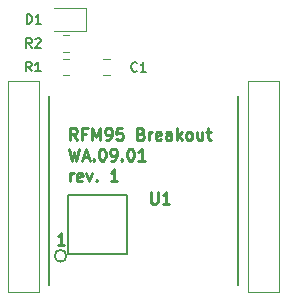
<source format=gto>
G04 #@! TF.GenerationSoftware,KiCad,Pcbnew,(5.1.4)-1*
G04 #@! TF.CreationDate,2019-10-27T13:18:03+01:00*
G04 #@! TF.ProjectId,project,70726f6a-6563-4742-9e6b-696361645f70,rev?*
G04 #@! TF.SameCoordinates,Original*
G04 #@! TF.FileFunction,Legend,Top*
G04 #@! TF.FilePolarity,Positive*
%FSLAX46Y46*%
G04 Gerber Fmt 4.6, Leading zero omitted, Abs format (unit mm)*
G04 Created by KiCad (PCBNEW (5.1.4)-1) date 2019-10-27 13:18:03*
%MOMM*%
%LPD*%
G04 APERTURE LIST*
%ADD10C,0.250000*%
%ADD11C,0.150000*%
%ADD12C,0.120000*%
%ADD13C,0.200000*%
G04 APERTURE END LIST*
D10*
X122513563Y-87955440D02*
X122180230Y-87479250D01*
X121942135Y-87955440D02*
X121942135Y-86955440D01*
X122323087Y-86955440D01*
X122418325Y-87003060D01*
X122465944Y-87050679D01*
X122513563Y-87145917D01*
X122513563Y-87288774D01*
X122465944Y-87384012D01*
X122418325Y-87431631D01*
X122323087Y-87479250D01*
X121942135Y-87479250D01*
X123275468Y-87431631D02*
X122942135Y-87431631D01*
X122942135Y-87955440D02*
X122942135Y-86955440D01*
X123418325Y-86955440D01*
X123799278Y-87955440D02*
X123799278Y-86955440D01*
X124132611Y-87669726D01*
X124465944Y-86955440D01*
X124465944Y-87955440D01*
X124989754Y-87955440D02*
X125180230Y-87955440D01*
X125275468Y-87907821D01*
X125323087Y-87860202D01*
X125418325Y-87717345D01*
X125465944Y-87526869D01*
X125465944Y-87145917D01*
X125418325Y-87050679D01*
X125370706Y-87003060D01*
X125275468Y-86955440D01*
X125084992Y-86955440D01*
X124989754Y-87003060D01*
X124942135Y-87050679D01*
X124894516Y-87145917D01*
X124894516Y-87384012D01*
X124942135Y-87479250D01*
X124989754Y-87526869D01*
X125084992Y-87574488D01*
X125275468Y-87574488D01*
X125370706Y-87526869D01*
X125418325Y-87479250D01*
X125465944Y-87384012D01*
X126370706Y-86955440D02*
X125894516Y-86955440D01*
X125846897Y-87431631D01*
X125894516Y-87384012D01*
X125989754Y-87336393D01*
X126227849Y-87336393D01*
X126323087Y-87384012D01*
X126370706Y-87431631D01*
X126418325Y-87526869D01*
X126418325Y-87764964D01*
X126370706Y-87860202D01*
X126323087Y-87907821D01*
X126227849Y-87955440D01*
X125989754Y-87955440D01*
X125894516Y-87907821D01*
X125846897Y-87860202D01*
X127942135Y-87431631D02*
X128084992Y-87479250D01*
X128132611Y-87526869D01*
X128180230Y-87622107D01*
X128180230Y-87764964D01*
X128132611Y-87860202D01*
X128084992Y-87907821D01*
X127989754Y-87955440D01*
X127608801Y-87955440D01*
X127608801Y-86955440D01*
X127942135Y-86955440D01*
X128037373Y-87003060D01*
X128084992Y-87050679D01*
X128132611Y-87145917D01*
X128132611Y-87241155D01*
X128084992Y-87336393D01*
X128037373Y-87384012D01*
X127942135Y-87431631D01*
X127608801Y-87431631D01*
X128608801Y-87955440D02*
X128608801Y-87288774D01*
X128608801Y-87479250D02*
X128656420Y-87384012D01*
X128704040Y-87336393D01*
X128799278Y-87288774D01*
X128894516Y-87288774D01*
X129608801Y-87907821D02*
X129513563Y-87955440D01*
X129323087Y-87955440D01*
X129227849Y-87907821D01*
X129180230Y-87812583D01*
X129180230Y-87431631D01*
X129227849Y-87336393D01*
X129323087Y-87288774D01*
X129513563Y-87288774D01*
X129608801Y-87336393D01*
X129656420Y-87431631D01*
X129656420Y-87526869D01*
X129180230Y-87622107D01*
X130513563Y-87955440D02*
X130513563Y-87431631D01*
X130465944Y-87336393D01*
X130370706Y-87288774D01*
X130180230Y-87288774D01*
X130084992Y-87336393D01*
X130513563Y-87907821D02*
X130418325Y-87955440D01*
X130180230Y-87955440D01*
X130084992Y-87907821D01*
X130037373Y-87812583D01*
X130037373Y-87717345D01*
X130084992Y-87622107D01*
X130180230Y-87574488D01*
X130418325Y-87574488D01*
X130513563Y-87526869D01*
X130989754Y-87955440D02*
X130989754Y-86955440D01*
X131084992Y-87574488D02*
X131370706Y-87955440D01*
X131370706Y-87288774D02*
X130989754Y-87669726D01*
X131942135Y-87955440D02*
X131846897Y-87907821D01*
X131799278Y-87860202D01*
X131751659Y-87764964D01*
X131751659Y-87479250D01*
X131799278Y-87384012D01*
X131846897Y-87336393D01*
X131942135Y-87288774D01*
X132084992Y-87288774D01*
X132180230Y-87336393D01*
X132227849Y-87384012D01*
X132275468Y-87479250D01*
X132275468Y-87764964D01*
X132227849Y-87860202D01*
X132180230Y-87907821D01*
X132084992Y-87955440D01*
X131942135Y-87955440D01*
X133132611Y-87288774D02*
X133132611Y-87955440D01*
X132704040Y-87288774D02*
X132704040Y-87812583D01*
X132751659Y-87907821D01*
X132846897Y-87955440D01*
X132989754Y-87955440D01*
X133084992Y-87907821D01*
X133132611Y-87860202D01*
X133465944Y-87288774D02*
X133846897Y-87288774D01*
X133608801Y-86955440D02*
X133608801Y-87812583D01*
X133656420Y-87907821D01*
X133751659Y-87955440D01*
X133846897Y-87955440D01*
X121846897Y-88705440D02*
X122084992Y-89705440D01*
X122275468Y-88991155D01*
X122465944Y-89705440D01*
X122704040Y-88705440D01*
X123037373Y-89419726D02*
X123513563Y-89419726D01*
X122942135Y-89705440D02*
X123275468Y-88705440D01*
X123608801Y-89705440D01*
X123942135Y-89610202D02*
X123989754Y-89657821D01*
X123942135Y-89705440D01*
X123894516Y-89657821D01*
X123942135Y-89610202D01*
X123942135Y-89705440D01*
X124608801Y-88705440D02*
X124704040Y-88705440D01*
X124799278Y-88753060D01*
X124846897Y-88800679D01*
X124894516Y-88895917D01*
X124942135Y-89086393D01*
X124942135Y-89324488D01*
X124894516Y-89514964D01*
X124846897Y-89610202D01*
X124799278Y-89657821D01*
X124704040Y-89705440D01*
X124608801Y-89705440D01*
X124513563Y-89657821D01*
X124465944Y-89610202D01*
X124418325Y-89514964D01*
X124370706Y-89324488D01*
X124370706Y-89086393D01*
X124418325Y-88895917D01*
X124465944Y-88800679D01*
X124513563Y-88753060D01*
X124608801Y-88705440D01*
X125418325Y-89705440D02*
X125608801Y-89705440D01*
X125704040Y-89657821D01*
X125751659Y-89610202D01*
X125846897Y-89467345D01*
X125894516Y-89276869D01*
X125894516Y-88895917D01*
X125846897Y-88800679D01*
X125799278Y-88753060D01*
X125704040Y-88705440D01*
X125513563Y-88705440D01*
X125418325Y-88753060D01*
X125370706Y-88800679D01*
X125323087Y-88895917D01*
X125323087Y-89134012D01*
X125370706Y-89229250D01*
X125418325Y-89276869D01*
X125513563Y-89324488D01*
X125704040Y-89324488D01*
X125799278Y-89276869D01*
X125846897Y-89229250D01*
X125894516Y-89134012D01*
X126323087Y-89610202D02*
X126370706Y-89657821D01*
X126323087Y-89705440D01*
X126275468Y-89657821D01*
X126323087Y-89610202D01*
X126323087Y-89705440D01*
X126989754Y-88705440D02*
X127084992Y-88705440D01*
X127180230Y-88753060D01*
X127227849Y-88800679D01*
X127275468Y-88895917D01*
X127323087Y-89086393D01*
X127323087Y-89324488D01*
X127275468Y-89514964D01*
X127227849Y-89610202D01*
X127180230Y-89657821D01*
X127084992Y-89705440D01*
X126989754Y-89705440D01*
X126894516Y-89657821D01*
X126846897Y-89610202D01*
X126799278Y-89514964D01*
X126751659Y-89324488D01*
X126751659Y-89086393D01*
X126799278Y-88895917D01*
X126846897Y-88800679D01*
X126894516Y-88753060D01*
X126989754Y-88705440D01*
X128275468Y-89705440D02*
X127704040Y-89705440D01*
X127989754Y-89705440D02*
X127989754Y-88705440D01*
X127894516Y-88848298D01*
X127799278Y-88943536D01*
X127704040Y-88991155D01*
X121942135Y-91455440D02*
X121942135Y-90788774D01*
X121942135Y-90979250D02*
X121989754Y-90884012D01*
X122037373Y-90836393D01*
X122132611Y-90788774D01*
X122227849Y-90788774D01*
X122942135Y-91407821D02*
X122846897Y-91455440D01*
X122656420Y-91455440D01*
X122561182Y-91407821D01*
X122513563Y-91312583D01*
X122513563Y-90931631D01*
X122561182Y-90836393D01*
X122656420Y-90788774D01*
X122846897Y-90788774D01*
X122942135Y-90836393D01*
X122989754Y-90931631D01*
X122989754Y-91026869D01*
X122513563Y-91122107D01*
X123323087Y-90788774D02*
X123561182Y-91455440D01*
X123799278Y-90788774D01*
X124180230Y-91360202D02*
X124227849Y-91407821D01*
X124180230Y-91455440D01*
X124132611Y-91407821D01*
X124180230Y-91360202D01*
X124180230Y-91455440D01*
X125942135Y-91455440D02*
X125370706Y-91455440D01*
X125656420Y-91455440D02*
X125656420Y-90455440D01*
X125561182Y-90598298D01*
X125465944Y-90693536D01*
X125370706Y-90741155D01*
D11*
X121767600Y-92583000D02*
X126776480Y-92583000D01*
X126776480Y-97604580D02*
X126776480Y-92595700D01*
X126779020Y-97591880D02*
X121770140Y-97591880D01*
X121770140Y-92583000D02*
X121770140Y-97591880D01*
D10*
X121443714Y-96845380D02*
X120872285Y-96845380D01*
X121158000Y-96845380D02*
X121158000Y-95845380D01*
X121062761Y-95988238D01*
X120967523Y-96083476D01*
X120872285Y-96131095D01*
D11*
X120130300Y-100278200D02*
X120130300Y-84278200D01*
X136130300Y-100278200D02*
X136130300Y-84278200D01*
X121630300Y-97778200D02*
G75*
G03X121630300Y-97778200I-500000J0D01*
G01*
D12*
X125274838Y-81080540D02*
X124757682Y-81080540D01*
X125274838Y-82500540D02*
X124757682Y-82500540D01*
X121815358Y-82500540D02*
X121298202Y-82500540D01*
X121815358Y-81080540D02*
X121298202Y-81080540D01*
X120569480Y-78711940D02*
X123254480Y-78711940D01*
X123254480Y-78711940D02*
X123254480Y-76791940D01*
X123254480Y-76791940D02*
X120569480Y-76791940D01*
X121310902Y-79071400D02*
X121828058Y-79071400D01*
X121310902Y-80491400D02*
X121828058Y-80491400D01*
X116640300Y-82947200D02*
X119300300Y-82947200D01*
X116640300Y-100847200D02*
X116650300Y-82947200D01*
X119300300Y-100847200D02*
X119310300Y-82947200D01*
X116640300Y-100847200D02*
X119300300Y-100847200D01*
X136973000Y-82947200D02*
X139633000Y-82947200D01*
X136973000Y-100847200D02*
X136983000Y-82947200D01*
X139633000Y-100847200D02*
X139643000Y-82947200D01*
X136973000Y-100847200D02*
X139633000Y-100847200D01*
D10*
X128778095Y-92352880D02*
X128778095Y-93162404D01*
X128825714Y-93257642D01*
X128873333Y-93305261D01*
X128968571Y-93352880D01*
X129159047Y-93352880D01*
X129254285Y-93305261D01*
X129301904Y-93257642D01*
X129349523Y-93162404D01*
X129349523Y-92352880D01*
X130349523Y-93352880D02*
X129778095Y-93352880D01*
X130063809Y-93352880D02*
X130063809Y-92352880D01*
X129968571Y-92495738D01*
X129873333Y-92590976D01*
X129778095Y-92638595D01*
D13*
X127610886Y-82099114D02*
X127572791Y-82137209D01*
X127458505Y-82175304D01*
X127382315Y-82175304D01*
X127268029Y-82137209D01*
X127191839Y-82061019D01*
X127153743Y-81984828D01*
X127115648Y-81832447D01*
X127115648Y-81718161D01*
X127153743Y-81565780D01*
X127191839Y-81489590D01*
X127268029Y-81413400D01*
X127382315Y-81375304D01*
X127458505Y-81375304D01*
X127572791Y-81413400D01*
X127610886Y-81451495D01*
X128372791Y-82175304D02*
X127915648Y-82175304D01*
X128144220Y-82175304D02*
X128144220Y-81375304D01*
X128068029Y-81489590D01*
X127991839Y-81565780D01*
X127915648Y-81603876D01*
X118680246Y-82149904D02*
X118413580Y-81768952D01*
X118223103Y-82149904D02*
X118223103Y-81349904D01*
X118527865Y-81349904D01*
X118604056Y-81388000D01*
X118642151Y-81426095D01*
X118680246Y-81502285D01*
X118680246Y-81616571D01*
X118642151Y-81692761D01*
X118604056Y-81730857D01*
X118527865Y-81768952D01*
X118223103Y-81768952D01*
X119442151Y-82149904D02*
X118985008Y-82149904D01*
X119213580Y-82149904D02*
X119213580Y-81349904D01*
X119137389Y-81464190D01*
X119061199Y-81540380D01*
X118985008Y-81578476D01*
X118251043Y-78116384D02*
X118251043Y-77316384D01*
X118441520Y-77316384D01*
X118555805Y-77354480D01*
X118631996Y-77430670D01*
X118670091Y-77506860D01*
X118708186Y-77659241D01*
X118708186Y-77773527D01*
X118670091Y-77925908D01*
X118631996Y-78002099D01*
X118555805Y-78078289D01*
X118441520Y-78116384D01*
X118251043Y-78116384D01*
X119470091Y-78116384D02*
X119012948Y-78116384D01*
X119241520Y-78116384D02*
X119241520Y-77316384D01*
X119165329Y-77430670D01*
X119089139Y-77506860D01*
X119012948Y-77544956D01*
X118680246Y-80161084D02*
X118413580Y-79780132D01*
X118223103Y-80161084D02*
X118223103Y-79361084D01*
X118527865Y-79361084D01*
X118604056Y-79399180D01*
X118642151Y-79437275D01*
X118680246Y-79513465D01*
X118680246Y-79627751D01*
X118642151Y-79703941D01*
X118604056Y-79742037D01*
X118527865Y-79780132D01*
X118223103Y-79780132D01*
X118985008Y-79437275D02*
X119023103Y-79399180D01*
X119099294Y-79361084D01*
X119289770Y-79361084D01*
X119365960Y-79399180D01*
X119404056Y-79437275D01*
X119442151Y-79513465D01*
X119442151Y-79589656D01*
X119404056Y-79703941D01*
X118946913Y-80161084D01*
X119442151Y-80161084D01*
M02*

</source>
